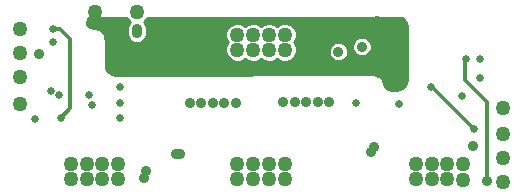
<source format=gbr>
G04 #@! TF.GenerationSoftware,KiCad,Pcbnew,(5.0.0)*
G04 #@! TF.CreationDate,2019-10-07T11:46:54-07:00*
G04 #@! TF.ProjectId,Buffer - Rev C,427566666572202D2052657620432E6B,rev?*
G04 #@! TF.SameCoordinates,Original*
G04 #@! TF.FileFunction,Copper,L3,Inr,Signal*
G04 #@! TF.FilePolarity,Positive*
%FSLAX46Y46*%
G04 Gerber Fmt 4.6, Leading zero omitted, Abs format (unit mm)*
G04 Created by KiCad (PCBNEW (5.0.0)) date 10/07/19 11:46:54*
%MOMM*%
%LPD*%
G01*
G04 APERTURE LIST*
G04 #@! TA.AperFunction,ViaPad*
%ADD10C,1.270000*%
G04 #@! TD*
G04 #@! TA.AperFunction,ViaPad*
%ADD11C,0.889000*%
G04 #@! TD*
G04 #@! TA.AperFunction,ViaPad*
%ADD12C,0.635000*%
G04 #@! TD*
G04 #@! TA.AperFunction,Conductor*
%ADD13C,0.330200*%
G04 #@! TD*
G04 #@! TA.AperFunction,Conductor*
%ADD14C,0.635000*%
G04 #@! TD*
G04 #@! TA.AperFunction,Conductor*
%ADD15C,0.254000*%
G04 #@! TD*
G04 APERTURE END LIST*
D10*
G04 #@! TO.N,/Vc2Neg*
G04 #@! TO.C,TP2*
X21096200Y12300000D03*
G04 #@! TD*
G04 #@! TO.N,/Vc2Neg*
G04 #@! TO.C,TP2*
X19750000Y12300000D03*
G04 #@! TD*
G04 #@! TO.N,/Vc2Neg*
G04 #@! TO.C,TP1*
X9906000Y15494000D03*
G04 #@! TD*
G04 #@! TO.N,/Vc2Neg*
G04 #@! TO.C,TP2*
X18415000Y12334900D03*
G04 #@! TD*
G04 #@! TO.N,/Vc2Neg*
G04 #@! TO.C,TP2*
X18415000Y13604900D03*
G04 #@! TD*
G04 #@! TO.N,/Vc2Neg*
G04 #@! TO.C,TP2*
X22415500Y12334900D03*
G04 #@! TD*
G04 #@! TO.N,/Vc2Neg*
G04 #@! TO.C,TP2*
X21082000Y13604900D03*
G04 #@! TD*
G04 #@! TO.N,/Vc2Neg*
G04 #@! TO.C,TP2*
X22415500Y13604900D03*
G04 #@! TD*
G04 #@! TO.N,/Vc2Neg*
G04 #@! TO.C,TP2*
X19748500Y13604900D03*
G04 #@! TD*
G04 #@! TO.N,/Vc2Pos*
G04 #@! TO.C,TP2*
X21082000Y1397000D03*
G04 #@! TD*
G04 #@! TO.N,/Vc2Pos*
G04 #@! TO.C,TP2*
X22415500Y1397000D03*
G04 #@! TD*
G04 #@! TO.N,/LfNeg*
G04 #@! TO.C,TP2*
X8318500Y1397000D03*
G04 #@! TD*
G04 #@! TO.N,/CfNeg*
G04 #@! TO.C,TP2*
X37528500Y1320800D03*
G04 #@! TD*
G04 #@! TO.N,/CfNeg*
G04 #@! TO.C,TP2*
X36195000Y1397000D03*
G04 #@! TD*
G04 #@! TO.N,/CfNeg*
G04 #@! TO.C,TP2*
X33528000Y2667000D03*
G04 #@! TD*
G04 #@! TO.N,/CfNeg*
G04 #@! TO.C,TP2*
X33528000Y1397000D03*
G04 #@! TD*
G04 #@! TO.N,/CfNeg*
G04 #@! TO.C,TP2*
X36195000Y2667000D03*
G04 #@! TD*
G04 #@! TO.N,/CfNeg*
G04 #@! TO.C,TP2*
X34861500Y2667000D03*
G04 #@! TD*
G04 #@! TO.N,/CfNeg*
G04 #@! TO.C,TP2*
X34861500Y1397000D03*
G04 #@! TD*
G04 #@! TO.N,/CfNeg*
G04 #@! TO.C,TP2*
X37528500Y2667000D03*
G04 #@! TD*
G04 #@! TO.N,/PWM2*
G04 #@! TO.C,TP11*
X40894000Y7366000D03*
G04 #@! TD*
G04 #@! TO.N,/Vc2Pos*
G04 #@! TO.C,TP2*
X19748500Y1397000D03*
G04 #@! TD*
G04 #@! TO.N,/Vc2Pos*
G04 #@! TO.C,TP2*
X18415000Y1397000D03*
G04 #@! TD*
G04 #@! TO.N,/Vc2Pos*
G04 #@! TO.C,TP2*
X22415500Y2667000D03*
G04 #@! TD*
G04 #@! TO.N,/Vc2Pos*
G04 #@! TO.C,TP2*
X21082000Y2667000D03*
G04 #@! TD*
G04 #@! TO.N,/Vc2Pos*
G04 #@! TO.C,TP2*
X19748500Y2667000D03*
G04 #@! TD*
G04 #@! TO.N,/Vc2Pos*
G04 #@! TO.C,TP2*
X18415000Y2667000D03*
G04 #@! TD*
G04 #@! TO.N,/LfNeg*
G04 #@! TO.C,TP2*
X6985000Y2667000D03*
G04 #@! TD*
G04 #@! TO.N,/LfNeg*
G04 #@! TO.C,TP2*
X5651500Y2667000D03*
G04 #@! TD*
G04 #@! TO.N,/LfNeg*
G04 #@! TO.C,TP2*
X8318500Y2667000D03*
G04 #@! TD*
G04 #@! TO.N,/LfNeg*
G04 #@! TO.C,TP2*
X6985000Y1397000D03*
G04 #@! TD*
G04 #@! TO.N,/LfNeg*
G04 #@! TO.C,TP2*
X5651500Y1397000D03*
G04 #@! TD*
G04 #@! TO.N,/LfNeg*
G04 #@! TO.C,TP2*
X4318000Y2667000D03*
G04 #@! TD*
G04 #@! TO.N,/LfNeg*
G04 #@! TO.C,TP2*
X4318000Y1397000D03*
G04 #@! TD*
G04 #@! TO.N,/5.5V_Iso*
G04 #@! TO.C,TP15*
X6350000Y15494000D03*
G04 #@! TD*
G04 #@! TO.N,/5V*
G04 #@! TO.C,TP17*
X0Y14097000D03*
G04 #@! TD*
G04 #@! TO.N,/GNDI*
G04 #@! TO.C,TP5*
X40894000Y3175000D03*
G04 #@! TD*
G04 #@! TO.N,/EnableL2*
G04 #@! TO.C,TP9*
X40894000Y5207000D03*
G04 #@! TD*
G04 #@! TO.N,/EnableL1*
G04 #@! TO.C,TP6*
X0Y7731000D03*
G04 #@! TD*
G04 #@! TO.N,/5V*
G04 #@! TO.C,TP4*
X40894000Y1143000D03*
G04 #@! TD*
G04 #@! TO.N,/GNDI*
G04 #@! TO.C,TP3*
X0Y12065000D03*
G04 #@! TD*
G04 #@! TO.N,/PWMA1*
G04 #@! TO.C,TP2*
X0Y10033000D03*
G04 #@! TD*
D11*
G04 #@! TO.N,/Vc2Neg*
X28956000Y12598400D03*
D12*
G04 #@! TO.N,/GNDI*
X38912800Y11531600D03*
D11*
G04 #@! TO.N,/LfNeg*
X13208000Y3505200D03*
D12*
G04 #@! TO.N,/GNDI*
X2794000Y12954000D03*
X5842000Y8509000D03*
X37465000Y8418200D03*
X3276600Y8500000D03*
X2600000Y8813800D03*
X38921000Y9956800D03*
D11*
X38328600Y4216400D03*
X1651012Y11938000D03*
G04 #@! TO.N,/5V*
X39547800Y1193800D03*
D12*
X2768600Y14122400D03*
G04 #@! TO.N,/VDDB1*
X8500000Y7850000D03*
D11*
X10515600Y1473200D03*
X10693400Y2032000D03*
G04 #@! TO.N,/CfNeg*
X23266400Y7874000D03*
X26162000Y7874000D03*
X25196800Y7874000D03*
X24231600Y7874000D03*
X22301200Y7874000D03*
D12*
X28448000Y7823200D03*
D11*
X29972000Y4064000D03*
X29718000Y3683000D03*
D12*
X32105600Y7747000D03*
G04 #@! TO.N,/5V*
X3454400Y6578600D03*
X37795200Y11506200D03*
D11*
G04 #@! TO.N,/5.5V_Iso*
X30226000Y14732000D03*
X7416800Y14706600D03*
X8255000Y14706600D03*
D12*
X8432800Y10464800D03*
X32512000Y9652000D03*
D11*
G04 #@! TO.N,/LfNeg*
X16319500Y7823200D03*
X14389100Y7823200D03*
X18249900Y7823200D03*
X17284700Y7823200D03*
X15354300Y7823200D03*
D12*
X8509000Y6550000D03*
D11*
X13563600Y3505200D03*
D12*
G04 #@! TO.N,/Vc2Neg*
X8509000Y9144000D03*
D11*
X26949400Y12166600D03*
X9906000Y14097000D03*
X9906000Y13716006D03*
D12*
G04 #@! TO.N,/Enable1*
X1270000Y6477000D03*
X6096000Y7620000D03*
G04 #@! TO.N,/Enable2*
X38481000Y5588000D03*
X34798000Y9144000D03*
G04 #@! TD*
D13*
G04 #@! TO.N,/5V*
X2768600Y14122400D02*
X3352800Y14122400D01*
X3352800Y14122400D02*
X4267200Y13208000D01*
X4267200Y13208000D02*
X4267200Y7391400D01*
X4267200Y7391400D02*
X3454400Y6578600D01*
X39547800Y1193800D02*
X39547800Y1822417D01*
X39547800Y1822417D02*
X39547800Y7924800D01*
X39547800Y7924800D02*
X37719000Y9753600D01*
X37719000Y9753600D02*
X37719000Y11506200D01*
X37719000Y11506200D02*
X37719000Y11506200D01*
D14*
G04 #@! TO.N,/5.5V_Iso*
X6343301Y14795500D02*
X6471891Y14924090D01*
D13*
G04 #@! TO.N,/LfNeg*
X14338300Y7874000D02*
X14389100Y7823200D01*
G04 #@! TO.N,/Enable2*
X34925000Y9144000D02*
X34798000Y9144000D01*
X38481000Y5588000D02*
X34925000Y9144000D01*
G04 #@! TD*
D15*
G04 #@! TO.N,/5.5V_Iso*
G36*
X9044676Y14918482D02*
X9302362Y14660796D01*
X9206174Y14564608D01*
X9080500Y14261202D01*
X9080500Y13932798D01*
X9091392Y13906503D01*
X9080500Y13880208D01*
X9080500Y13551804D01*
X9206174Y13248398D01*
X9438392Y13016180D01*
X9741798Y12890506D01*
X10070202Y12890506D01*
X10373608Y13016180D01*
X10605826Y13248398D01*
X10731500Y13551804D01*
X10731500Y13806995D01*
X17399000Y13806995D01*
X17399000Y13402805D01*
X17553676Y13029382D01*
X17613158Y12969900D01*
X17553676Y12910418D01*
X17399000Y12536995D01*
X17399000Y12132805D01*
X17553676Y11759382D01*
X17839482Y11473576D01*
X18212905Y11318900D01*
X18617095Y11318900D01*
X18990518Y11473576D01*
X19065050Y11548108D01*
X19174482Y11438676D01*
X19547905Y11284000D01*
X19952095Y11284000D01*
X20325518Y11438676D01*
X20423100Y11536258D01*
X20520682Y11438676D01*
X20894105Y11284000D01*
X21298295Y11284000D01*
X21671718Y11438676D01*
X21773300Y11540258D01*
X21839982Y11473576D01*
X22213405Y11318900D01*
X22617595Y11318900D01*
X22991018Y11473576D01*
X23276824Y11759382D01*
X23431500Y12132805D01*
X23431500Y12330802D01*
X26123900Y12330802D01*
X26123900Y12002398D01*
X26249574Y11698992D01*
X26481792Y11466774D01*
X26785198Y11341100D01*
X27113602Y11341100D01*
X27417008Y11466774D01*
X27649226Y11698992D01*
X27774900Y12002398D01*
X27774900Y12330802D01*
X27649226Y12634208D01*
X27520832Y12762602D01*
X28130500Y12762602D01*
X28130500Y12434198D01*
X28256174Y12130792D01*
X28488392Y11898574D01*
X28791798Y11772900D01*
X29120202Y11772900D01*
X29423608Y11898574D01*
X29655826Y12130792D01*
X29781500Y12434198D01*
X29781500Y12762602D01*
X29655826Y13066008D01*
X29423608Y13298226D01*
X29120202Y13423900D01*
X28791798Y13423900D01*
X28488392Y13298226D01*
X28256174Y13066008D01*
X28130500Y12762602D01*
X27520832Y12762602D01*
X27417008Y12866426D01*
X27113602Y12992100D01*
X26785198Y12992100D01*
X26481792Y12866426D01*
X26249574Y12634208D01*
X26123900Y12330802D01*
X23431500Y12330802D01*
X23431500Y12536995D01*
X23276824Y12910418D01*
X23217342Y12969900D01*
X23276824Y13029382D01*
X23431500Y13402805D01*
X23431500Y13806995D01*
X23276824Y14180418D01*
X22991018Y14466224D01*
X22617595Y14620900D01*
X22213405Y14620900D01*
X21839982Y14466224D01*
X21748750Y14374992D01*
X21657518Y14466224D01*
X21284095Y14620900D01*
X20879905Y14620900D01*
X20506482Y14466224D01*
X20415250Y14374992D01*
X20324018Y14466224D01*
X19950595Y14620900D01*
X19546405Y14620900D01*
X19172982Y14466224D01*
X19081750Y14374992D01*
X18990518Y14466224D01*
X18617095Y14620900D01*
X18212905Y14620900D01*
X17839482Y14466224D01*
X17553676Y14180418D01*
X17399000Y13806995D01*
X10731500Y13806995D01*
X10731500Y13880208D01*
X10720608Y13906503D01*
X10731500Y13932798D01*
X10731500Y14261202D01*
X10605826Y14564608D01*
X10509638Y14660796D01*
X10767324Y14918482D01*
X10806474Y15013000D01*
X32330847Y15013000D01*
X32531757Y14878757D01*
X32703280Y14622053D01*
X32766000Y14306741D01*
X32766000Y9855009D01*
X32691196Y9478946D01*
X32485260Y9170740D01*
X32177054Y8964804D01*
X31800991Y8890000D01*
X31423735Y8890000D01*
X31132911Y8966947D01*
X30930386Y9165686D01*
X30843441Y9470894D01*
X30843436Y9470910D01*
X30747269Y9808326D01*
X30714049Y9864196D01*
X30463535Y10109838D01*
X30407024Y10141954D01*
X30067785Y10231478D01*
X30035282Y10235682D01*
X9220229Y10219671D01*
X9216611Y10219617D01*
X9064084Y10215152D01*
X9063264Y10215125D01*
X8912137Y10209724D01*
X8075326Y10198260D01*
X7757921Y10257190D01*
X7498281Y10426594D01*
X7323705Y10682782D01*
X7258422Y10998944D01*
X7244084Y13253754D01*
X7241493Y13278482D01*
X7178674Y13584529D01*
X7159470Y13630138D01*
X6984449Y13888941D01*
X6949270Y13923748D01*
X6688621Y14096009D01*
X6642810Y14114728D01*
X6336112Y14174290D01*
X6311357Y14176618D01*
X6188552Y14176093D01*
X5909400Y14250306D01*
X5718027Y14442705D01*
X5649639Y14705593D01*
X5722997Y14970849D01*
X5765555Y15013000D01*
X9005526Y15013000D01*
X9044676Y14918482D01*
X9044676Y14918482D01*
G37*
X9044676Y14918482D02*
X9302362Y14660796D01*
X9206174Y14564608D01*
X9080500Y14261202D01*
X9080500Y13932798D01*
X9091392Y13906503D01*
X9080500Y13880208D01*
X9080500Y13551804D01*
X9206174Y13248398D01*
X9438392Y13016180D01*
X9741798Y12890506D01*
X10070202Y12890506D01*
X10373608Y13016180D01*
X10605826Y13248398D01*
X10731500Y13551804D01*
X10731500Y13806995D01*
X17399000Y13806995D01*
X17399000Y13402805D01*
X17553676Y13029382D01*
X17613158Y12969900D01*
X17553676Y12910418D01*
X17399000Y12536995D01*
X17399000Y12132805D01*
X17553676Y11759382D01*
X17839482Y11473576D01*
X18212905Y11318900D01*
X18617095Y11318900D01*
X18990518Y11473576D01*
X19065050Y11548108D01*
X19174482Y11438676D01*
X19547905Y11284000D01*
X19952095Y11284000D01*
X20325518Y11438676D01*
X20423100Y11536258D01*
X20520682Y11438676D01*
X20894105Y11284000D01*
X21298295Y11284000D01*
X21671718Y11438676D01*
X21773300Y11540258D01*
X21839982Y11473576D01*
X22213405Y11318900D01*
X22617595Y11318900D01*
X22991018Y11473576D01*
X23276824Y11759382D01*
X23431500Y12132805D01*
X23431500Y12330802D01*
X26123900Y12330802D01*
X26123900Y12002398D01*
X26249574Y11698992D01*
X26481792Y11466774D01*
X26785198Y11341100D01*
X27113602Y11341100D01*
X27417008Y11466774D01*
X27649226Y11698992D01*
X27774900Y12002398D01*
X27774900Y12330802D01*
X27649226Y12634208D01*
X27520832Y12762602D01*
X28130500Y12762602D01*
X28130500Y12434198D01*
X28256174Y12130792D01*
X28488392Y11898574D01*
X28791798Y11772900D01*
X29120202Y11772900D01*
X29423608Y11898574D01*
X29655826Y12130792D01*
X29781500Y12434198D01*
X29781500Y12762602D01*
X29655826Y13066008D01*
X29423608Y13298226D01*
X29120202Y13423900D01*
X28791798Y13423900D01*
X28488392Y13298226D01*
X28256174Y13066008D01*
X28130500Y12762602D01*
X27520832Y12762602D01*
X27417008Y12866426D01*
X27113602Y12992100D01*
X26785198Y12992100D01*
X26481792Y12866426D01*
X26249574Y12634208D01*
X26123900Y12330802D01*
X23431500Y12330802D01*
X23431500Y12536995D01*
X23276824Y12910418D01*
X23217342Y12969900D01*
X23276824Y13029382D01*
X23431500Y13402805D01*
X23431500Y13806995D01*
X23276824Y14180418D01*
X22991018Y14466224D01*
X22617595Y14620900D01*
X22213405Y14620900D01*
X21839982Y14466224D01*
X21748750Y14374992D01*
X21657518Y14466224D01*
X21284095Y14620900D01*
X20879905Y14620900D01*
X20506482Y14466224D01*
X20415250Y14374992D01*
X20324018Y14466224D01*
X19950595Y14620900D01*
X19546405Y14620900D01*
X19172982Y14466224D01*
X19081750Y14374992D01*
X18990518Y14466224D01*
X18617095Y14620900D01*
X18212905Y14620900D01*
X17839482Y14466224D01*
X17553676Y14180418D01*
X17399000Y13806995D01*
X10731500Y13806995D01*
X10731500Y13880208D01*
X10720608Y13906503D01*
X10731500Y13932798D01*
X10731500Y14261202D01*
X10605826Y14564608D01*
X10509638Y14660796D01*
X10767324Y14918482D01*
X10806474Y15013000D01*
X32330847Y15013000D01*
X32531757Y14878757D01*
X32703280Y14622053D01*
X32766000Y14306741D01*
X32766000Y9855009D01*
X32691196Y9478946D01*
X32485260Y9170740D01*
X32177054Y8964804D01*
X31800991Y8890000D01*
X31423735Y8890000D01*
X31132911Y8966947D01*
X30930386Y9165686D01*
X30843441Y9470894D01*
X30843436Y9470910D01*
X30747269Y9808326D01*
X30714049Y9864196D01*
X30463535Y10109838D01*
X30407024Y10141954D01*
X30067785Y10231478D01*
X30035282Y10235682D01*
X9220229Y10219671D01*
X9216611Y10219617D01*
X9064084Y10215152D01*
X9063264Y10215125D01*
X8912137Y10209724D01*
X8075326Y10198260D01*
X7757921Y10257190D01*
X7498281Y10426594D01*
X7323705Y10682782D01*
X7258422Y10998944D01*
X7244084Y13253754D01*
X7241493Y13278482D01*
X7178674Y13584529D01*
X7159470Y13630138D01*
X6984449Y13888941D01*
X6949270Y13923748D01*
X6688621Y14096009D01*
X6642810Y14114728D01*
X6336112Y14174290D01*
X6311357Y14176618D01*
X6188552Y14176093D01*
X5909400Y14250306D01*
X5718027Y14442705D01*
X5649639Y14705593D01*
X5722997Y14970849D01*
X5765555Y15013000D01*
X9005526Y15013000D01*
X9044676Y14918482D01*
G04 #@! TD*
M02*

</source>
